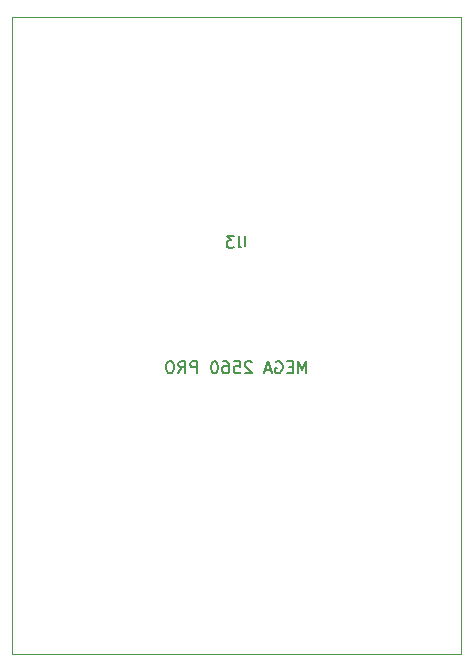
<source format=gbo>
G04 #@! TF.GenerationSoftware,KiCad,Pcbnew,(6.0.1)*
G04 #@! TF.CreationDate,2022-02-28T18:52:36-05:00*
G04 #@! TF.ProjectId,klxecu,6b6c7865-6375-42e6-9b69-6361645f7063,rev?*
G04 #@! TF.SameCoordinates,Original*
G04 #@! TF.FileFunction,Legend,Bot*
G04 #@! TF.FilePolarity,Positive*
%FSLAX46Y46*%
G04 Gerber Fmt 4.6, Leading zero omitted, Abs format (unit mm)*
G04 Created by KiCad (PCBNEW (6.0.1)) date 2022-02-28 18:52:36*
%MOMM*%
%LPD*%
G01*
G04 APERTURE LIST*
%ADD10C,0.150000*%
%ADD11C,0.120000*%
%ADD12R,1.700000X1.700000*%
%ADD13C,1.524000*%
%ADD14R,1.600000X2.400000*%
%ADD15O,1.600000X2.400000*%
%ADD16C,1.400000*%
%ADD17O,1.400000X1.400000*%
%ADD18R,1.600000X1.600000*%
%ADD19O,1.600000X1.600000*%
%ADD20C,3.800000*%
%ADD21C,1.700000*%
%ADD22C,1.800000*%
%ADD23O,3.500000X3.500000*%
%ADD24R,1.905000X2.000000*%
%ADD25O,1.905000X2.000000*%
%ADD26O,1.700000X1.700000*%
%ADD27R,2.200000X2.200000*%
%ADD28O,2.200000X2.200000*%
%ADD29C,1.600000*%
G04 APERTURE END LIST*
D10*
X115061904Y-73287380D02*
X115061904Y-74096904D01*
X115014285Y-74192142D01*
X114966666Y-74239761D01*
X114871428Y-74287380D01*
X114680952Y-74287380D01*
X114585714Y-74239761D01*
X114538095Y-74192142D01*
X114490476Y-74096904D01*
X114490476Y-73287380D01*
X114109523Y-73287380D02*
X113490476Y-73287380D01*
X113823809Y-73668333D01*
X113680952Y-73668333D01*
X113585714Y-73715952D01*
X113538095Y-73763571D01*
X113490476Y-73858809D01*
X113490476Y-74096904D01*
X113538095Y-74192142D01*
X113585714Y-74239761D01*
X113680952Y-74287380D01*
X113966666Y-74287380D01*
X114061904Y-74239761D01*
X114109523Y-74192142D01*
X120204761Y-84907380D02*
X120204761Y-83907380D01*
X119871428Y-84621666D01*
X119538095Y-83907380D01*
X119538095Y-84907380D01*
X119061904Y-84383571D02*
X118728571Y-84383571D01*
X118585714Y-84907380D02*
X119061904Y-84907380D01*
X119061904Y-83907380D01*
X118585714Y-83907380D01*
X117633333Y-83955000D02*
X117728571Y-83907380D01*
X117871428Y-83907380D01*
X118014285Y-83955000D01*
X118109523Y-84050238D01*
X118157142Y-84145476D01*
X118204761Y-84335952D01*
X118204761Y-84478809D01*
X118157142Y-84669285D01*
X118109523Y-84764523D01*
X118014285Y-84859761D01*
X117871428Y-84907380D01*
X117776190Y-84907380D01*
X117633333Y-84859761D01*
X117585714Y-84812142D01*
X117585714Y-84478809D01*
X117776190Y-84478809D01*
X117204761Y-84621666D02*
X116728571Y-84621666D01*
X117300000Y-84907380D02*
X116966666Y-83907380D01*
X116633333Y-84907380D01*
X115585714Y-84002619D02*
X115538095Y-83955000D01*
X115442857Y-83907380D01*
X115204761Y-83907380D01*
X115109523Y-83955000D01*
X115061904Y-84002619D01*
X115014285Y-84097857D01*
X115014285Y-84193095D01*
X115061904Y-84335952D01*
X115633333Y-84907380D01*
X115014285Y-84907380D01*
X114109523Y-83907380D02*
X114585714Y-83907380D01*
X114633333Y-84383571D01*
X114585714Y-84335952D01*
X114490476Y-84288333D01*
X114252380Y-84288333D01*
X114157142Y-84335952D01*
X114109523Y-84383571D01*
X114061904Y-84478809D01*
X114061904Y-84716904D01*
X114109523Y-84812142D01*
X114157142Y-84859761D01*
X114252380Y-84907380D01*
X114490476Y-84907380D01*
X114585714Y-84859761D01*
X114633333Y-84812142D01*
X113204761Y-83907380D02*
X113395238Y-83907380D01*
X113490476Y-83955000D01*
X113538095Y-84002619D01*
X113633333Y-84145476D01*
X113680952Y-84335952D01*
X113680952Y-84716904D01*
X113633333Y-84812142D01*
X113585714Y-84859761D01*
X113490476Y-84907380D01*
X113300000Y-84907380D01*
X113204761Y-84859761D01*
X113157142Y-84812142D01*
X113109523Y-84716904D01*
X113109523Y-84478809D01*
X113157142Y-84383571D01*
X113204761Y-84335952D01*
X113300000Y-84288333D01*
X113490476Y-84288333D01*
X113585714Y-84335952D01*
X113633333Y-84383571D01*
X113680952Y-84478809D01*
X112490476Y-83907380D02*
X112395238Y-83907380D01*
X112299999Y-83955000D01*
X112252380Y-84002619D01*
X112204761Y-84097857D01*
X112157142Y-84288333D01*
X112157142Y-84526428D01*
X112204761Y-84716904D01*
X112252380Y-84812142D01*
X112299999Y-84859761D01*
X112395238Y-84907380D01*
X112490476Y-84907380D01*
X112585714Y-84859761D01*
X112633333Y-84812142D01*
X112680952Y-84716904D01*
X112728571Y-84526428D01*
X112728571Y-84288333D01*
X112680952Y-84097857D01*
X112633333Y-84002619D01*
X112585714Y-83955000D01*
X112490476Y-83907380D01*
X110966666Y-84907380D02*
X110966666Y-83907380D01*
X110585714Y-83907380D01*
X110490476Y-83955000D01*
X110442857Y-84002619D01*
X110395238Y-84097857D01*
X110395238Y-84240714D01*
X110442857Y-84335952D01*
X110490476Y-84383571D01*
X110585714Y-84431190D01*
X110966666Y-84431190D01*
X109395238Y-84907380D02*
X109728571Y-84431190D01*
X109966666Y-84907380D02*
X109966666Y-83907380D01*
X109585714Y-83907380D01*
X109490476Y-83955000D01*
X109442857Y-84002619D01*
X109395238Y-84097857D01*
X109395238Y-84240714D01*
X109442857Y-84335952D01*
X109490476Y-84383571D01*
X109585714Y-84431190D01*
X109966666Y-84431190D01*
X108776190Y-83907380D02*
X108585714Y-83907380D01*
X108490476Y-83955000D01*
X108395238Y-84050238D01*
X108347619Y-84240714D01*
X108347619Y-84574047D01*
X108395238Y-84764523D01*
X108490476Y-84859761D01*
X108585714Y-84907380D01*
X108776190Y-84907380D01*
X108871428Y-84859761D01*
X108966666Y-84764523D01*
X109014285Y-84574047D01*
X109014285Y-84240714D01*
X108966666Y-84050238D01*
X108871428Y-83955000D01*
X108776190Y-83907380D01*
D11*
X133300000Y-54715000D02*
X95300000Y-54715000D01*
X95300000Y-54715000D02*
X95300000Y-108715000D01*
X95300000Y-108715000D02*
X133300000Y-108715000D01*
X133300000Y-108715000D02*
X133300000Y-54715000D01*
%LPC*%
D12*
X125095000Y-40640000D03*
X128905000Y-40640000D03*
D13*
X132080000Y-64135000D03*
X129540000Y-64135000D03*
X132080000Y-61595000D03*
X129540000Y-61595000D03*
X96520000Y-69215000D03*
X99060000Y-69215000D03*
X96520000Y-71755000D03*
X99060000Y-71755000D03*
X96520000Y-74295000D03*
X99060000Y-74295000D03*
X96520000Y-76835000D03*
X99060000Y-76835000D03*
X96520000Y-79375000D03*
X99060000Y-79375000D03*
X96520000Y-81915000D03*
X99060000Y-81915000D03*
X96520000Y-84455000D03*
X99060000Y-84455000D03*
X96520000Y-86995000D03*
X99060000Y-86995000D03*
X129540000Y-66675000D03*
X129540000Y-71755000D03*
X132080000Y-71755000D03*
X129540000Y-74295000D03*
X132080000Y-74295000D03*
X129540000Y-76835000D03*
X132080000Y-76835000D03*
X129540000Y-79375000D03*
X132080000Y-79375000D03*
X129540000Y-81915000D03*
X132080000Y-81915000D03*
X129540000Y-84455000D03*
X132080000Y-84455000D03*
X129540000Y-86995000D03*
X132080000Y-86995000D03*
X129540000Y-89535000D03*
X132080000Y-89535000D03*
X129540000Y-92075000D03*
X132080000Y-92075000D03*
X129540000Y-94615000D03*
X132080000Y-94615000D03*
X129540000Y-97155000D03*
X132080000Y-97155000D03*
X129540000Y-99695000D03*
X132080000Y-99695000D03*
X129540000Y-102235000D03*
X132080000Y-102235000D03*
X129540000Y-104775000D03*
X132080000Y-104775000D03*
X129540000Y-107315000D03*
X132080000Y-107315000D03*
X96520000Y-89535000D03*
X99060000Y-89535000D03*
X96520000Y-92075000D03*
X99060000Y-92075000D03*
X96520000Y-94615000D03*
X99060000Y-94615000D03*
X96520000Y-97155000D03*
X99060000Y-97155000D03*
X96520000Y-99695000D03*
X99060000Y-99695000D03*
X96520000Y-102235000D03*
X99060000Y-102235000D03*
X96520000Y-104775000D03*
X99060000Y-104775000D03*
X96520000Y-107315000D03*
X99060000Y-107315000D03*
X101600000Y-107315000D03*
X101600000Y-104775000D03*
X104140000Y-107315000D03*
X104140000Y-104775000D03*
X106680000Y-107315000D03*
X106680000Y-104775000D03*
X129540000Y-59055000D03*
X132080000Y-59055000D03*
X132080000Y-66675000D03*
X129540000Y-69215000D03*
X132080000Y-69215000D03*
X132080000Y-56515000D03*
X129540000Y-56515000D03*
D14*
X111775000Y-52085000D03*
D15*
X114315000Y-52085000D03*
X116855000Y-52085000D03*
X119395000Y-52085000D03*
X121935000Y-52085000D03*
X124475000Y-52085000D03*
X127015000Y-52085000D03*
X129555000Y-52085000D03*
X129555000Y-44465000D03*
X127015000Y-44465000D03*
X124475000Y-44465000D03*
X121935000Y-44465000D03*
X119395000Y-44465000D03*
X116855000Y-44465000D03*
X114315000Y-44465000D03*
X111775000Y-44465000D03*
D16*
X104140000Y-102235000D03*
D17*
X104140000Y-97155000D03*
D18*
X66675000Y-102235000D03*
D19*
X64135000Y-102235000D03*
X61595000Y-102235000D03*
X59055000Y-102235000D03*
X59055000Y-109855000D03*
X61595000Y-109855000D03*
X64135000Y-109855000D03*
X66675000Y-109855000D03*
D20*
X44960000Y-55940000D03*
X44960000Y-106940000D03*
D21*
X48260000Y-62140000D03*
X48260000Y-64340000D03*
X48260000Y-66540000D03*
X48260000Y-68740000D03*
X48260000Y-70940000D03*
X48260000Y-73140000D03*
X48260000Y-75340000D03*
X48260000Y-77540000D03*
X48260000Y-79740000D03*
X48260000Y-81940000D03*
X48260000Y-84140000D03*
X48260000Y-86340000D03*
X48260000Y-88540000D03*
X48260000Y-90740000D03*
X48260000Y-92940000D03*
X48260000Y-95140000D03*
X48260000Y-97940000D03*
X48260000Y-100740000D03*
X45260000Y-62140000D03*
X45260000Y-64340000D03*
X45260000Y-66540000D03*
X45260000Y-68740000D03*
X45260000Y-70940000D03*
X45260000Y-73140000D03*
X45260000Y-75340000D03*
X45260000Y-77540000D03*
X45260000Y-79740000D03*
X45260000Y-81940000D03*
X45260000Y-84140000D03*
X45260000Y-86340000D03*
X45260000Y-88540000D03*
X45260000Y-90740000D03*
X45260000Y-92940000D03*
X45260000Y-95140000D03*
X45260000Y-97940000D03*
X45260000Y-100740000D03*
D22*
X55755000Y-50740000D03*
X57755000Y-43240000D03*
D16*
X109855000Y-107315000D03*
D17*
X114935000Y-107315000D03*
X55245000Y-109855000D03*
D16*
X55245000Y-104775000D03*
X74295000Y-105410000D03*
D17*
X74295000Y-100330000D03*
D16*
X76835000Y-100330000D03*
D17*
X76835000Y-105410000D03*
X121920000Y-81915000D03*
D16*
X127000000Y-81915000D03*
X127000000Y-79375000D03*
D17*
X121920000Y-79375000D03*
D16*
X123825000Y-99695000D03*
D17*
X123825000Y-94615000D03*
D16*
X88900000Y-76835000D03*
D17*
X93980000Y-76835000D03*
D16*
X88900000Y-66675000D03*
D17*
X93980000Y-66675000D03*
D16*
X88900000Y-71755000D03*
D17*
X93980000Y-71755000D03*
D16*
X93980000Y-57785000D03*
D17*
X88900000Y-57785000D03*
D16*
X109855000Y-69850000D03*
D17*
X109855000Y-74930000D03*
D16*
X88900000Y-74295000D03*
D17*
X93980000Y-74295000D03*
D16*
X88900000Y-69215000D03*
D17*
X93980000Y-69215000D03*
X112395000Y-69850000D03*
D16*
X112395000Y-74930000D03*
D17*
X114935000Y-69850000D03*
D16*
X114935000Y-74930000D03*
X93980000Y-55245000D03*
D17*
X88900000Y-55245000D03*
D16*
X122555000Y-68580000D03*
D17*
X122555000Y-63500000D03*
D16*
X122555000Y-60960000D03*
D17*
X122555000Y-55880000D03*
D23*
X77470000Y-75755000D03*
D24*
X74930000Y-92415000D03*
D25*
X77470000Y-92415000D03*
X80010000Y-92415000D03*
D12*
X123185000Y-73025000D03*
D26*
X125725000Y-73025000D03*
D12*
X73025000Y-53975000D03*
D26*
X70485000Y-53975000D03*
X67945000Y-53975000D03*
D12*
X119380000Y-67960000D03*
D26*
X119380000Y-70500000D03*
X119380000Y-73040000D03*
D12*
X80645000Y-108585000D03*
X55245000Y-101600000D03*
X80645000Y-102870000D03*
D18*
X65760000Y-79515000D03*
D19*
X63220000Y-79515000D03*
X60680000Y-79515000D03*
X58140000Y-79515000D03*
X58140000Y-87135000D03*
X60680000Y-87135000D03*
X63220000Y-87135000D03*
X65760000Y-87135000D03*
D18*
X119370000Y-56525000D03*
D19*
X116830000Y-56525000D03*
X114290000Y-56525000D03*
X111750000Y-56525000D03*
X111750000Y-64145000D03*
X114290000Y-64145000D03*
X116830000Y-64145000D03*
X119370000Y-64145000D03*
D12*
X125730000Y-56515000D03*
D26*
X125730000Y-59055000D03*
X125730000Y-61595000D03*
X125730000Y-64135000D03*
X125730000Y-66675000D03*
X125730000Y-69215000D03*
D12*
X43830000Y-48900000D03*
D26*
X43830000Y-46360000D03*
X46370000Y-48900000D03*
X46370000Y-46360000D03*
X48910000Y-48900000D03*
X48910000Y-46360000D03*
D18*
X97165000Y-64125000D03*
D19*
X99705000Y-64125000D03*
X102245000Y-64125000D03*
X104785000Y-64125000D03*
X104785000Y-56505000D03*
X102245000Y-56505000D03*
X99705000Y-56505000D03*
X97165000Y-56505000D03*
D27*
X107315000Y-101600000D03*
D28*
X114935000Y-101600000D03*
D27*
X114935000Y-97790000D03*
D28*
X107315000Y-97790000D03*
D18*
X76264888Y-69215000D03*
D29*
X78764888Y-69215000D03*
X61565000Y-98415000D03*
X59065000Y-98415000D03*
X67300000Y-98415000D03*
X64800000Y-98415000D03*
X127000000Y-94655000D03*
X127000000Y-97155000D03*
X104160000Y-80645000D03*
X106660000Y-80645000D03*
X104180000Y-67945000D03*
X106680000Y-67945000D03*
X104160000Y-74295000D03*
X106660000Y-74295000D03*
X89535000Y-80030000D03*
X89535000Y-82530000D03*
X89535000Y-61000000D03*
X89535000Y-63500000D03*
X110490000Y-79990000D03*
X110490000Y-77490000D03*
X104160000Y-77470000D03*
X106660000Y-77470000D03*
X104160000Y-71120000D03*
X106660000Y-71120000D03*
X113665000Y-77490000D03*
X113665000Y-79990000D03*
X92710000Y-80030000D03*
X92710000Y-82530000D03*
X93345000Y-63480000D03*
X93345000Y-60980000D03*
D18*
X93345000Y-44947651D03*
D29*
X93345000Y-39947651D03*
X86975000Y-40005000D03*
X84475000Y-40005000D03*
X61385000Y-48260000D03*
X63885000Y-48260000D03*
D18*
X61679888Y-52705000D03*
D29*
X63679888Y-52705000D03*
D18*
X55245000Y-70475000D03*
D19*
X57785000Y-70475000D03*
X60325000Y-70475000D03*
X62865000Y-70475000D03*
X65405000Y-70475000D03*
X67945000Y-70475000D03*
X70485000Y-70475000D03*
X73025000Y-70475000D03*
X73025000Y-57775000D03*
X70485000Y-57775000D03*
X67945000Y-57775000D03*
X65405000Y-57775000D03*
X62865000Y-57775000D03*
X60325000Y-57775000D03*
X57785000Y-57775000D03*
X55245000Y-57775000D03*
M02*

</source>
